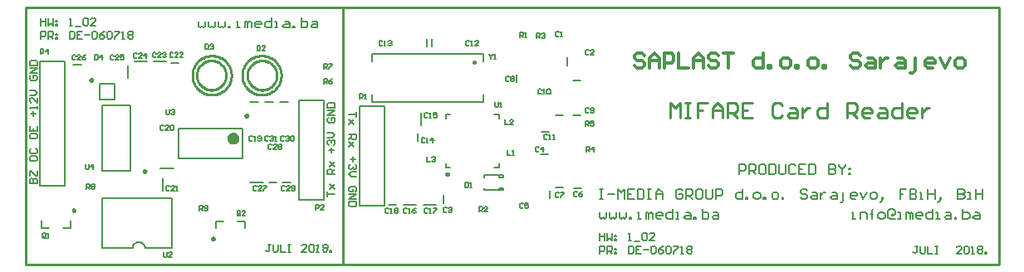
<source format=gto>
%FSDAX23Y23*%
%MOIN*%
%SFA1B1*%

%IPPOS*%
%ADD28C,0.010000*%
%ADD29C,0.023600*%
%ADD42C,0.009800*%
%ADD43C,0.007900*%
%ADD44C,0.005000*%
%ADD45C,0.008000*%
%ADD46C,0.012000*%
%LNde-060718-1*%
%LPD*%
G54D28*
X02194Y02858D02*
D01*
X02194Y02862*
X02194Y02866*
X02193Y02870*
X02192Y02874*
X02191Y02878*
X02189Y02882*
X02187Y02885*
X02185Y02889*
X02183Y02892*
X02181Y02895*
X02178Y02899*
X02175Y02901*
X02172Y02904*
X02168Y02906*
X02165Y02909*
X02161Y02911*
X02157Y02912*
X02154Y02914*
X02150Y02915*
X02146Y02916*
X02141Y02916*
X02137Y02917*
X02133*
X02129Y02916*
X02125Y02916*
X02121Y02915*
X02117Y02914*
X02113Y02912*
X02109Y02911*
X02106Y02909*
X02102Y02906*
X02099Y02904*
X02096Y02901*
X02093Y02899*
X02090Y02895*
X02087Y02892*
X02085Y02889*
X02083Y02885*
X02081Y02882*
X02080Y02878*
X02078Y02874*
X02077Y02870*
X02077Y02866*
X02076Y02862*
X02076Y02858*
X02076Y02853*
X02077Y02849*
X02077Y02845*
X02078Y02841*
X02080Y02837*
X02081Y02833*
X02083Y02830*
X02085Y02826*
X02087Y02823*
X02090Y02820*
X02093Y02816*
X02096Y02814*
X02099Y02811*
X02102Y02809*
X02106Y02806*
X02109Y02804*
X02113Y02803*
X02117Y02801*
X02121Y02800*
X02125Y02799*
X02129Y02799*
X02133Y02798*
X02137*
X02141Y02799*
X02146Y02799*
X02150Y02800*
X02154Y02801*
X02157Y02803*
X02161Y02804*
X02165Y02806*
X02168Y02809*
X02172Y02811*
X02175Y02814*
X02178Y02816*
X02181Y02820*
X02183Y02823*
X02185Y02826*
X02187Y02830*
X02189Y02833*
X02191Y02837*
X02192Y02841*
X02193Y02845*
X02194Y02849*
X02194Y02853*
X02194Y02858*
X02212D02*
D01*
X02212Y02863*
X02211Y02868*
X02210Y02874*
X02209Y02879*
X02207Y02884*
X02205Y02890*
X02203Y02894*
X02200Y02899*
X02197Y02904*
X02194Y02908*
X02190Y02912*
X02186Y02916*
X02182Y02920*
X02178Y02923*
X02173Y02926*
X02168Y02928*
X02163Y02930*
X02158Y02932*
X02153Y02934*
X02147Y02935*
X02142Y02936*
X02136Y02936*
X02131*
X02125Y02936*
X02120Y02935*
X02114Y02934*
X02109Y02932*
X02104Y02930*
X02099Y02928*
X02094Y02926*
X02089Y02923*
X02085Y02920*
X02081Y02916*
X02077Y02912*
X02073Y02908*
X02070Y02904*
X02067Y02899*
X02064Y02894*
X02062Y02890*
X02060Y02884*
X02058Y02879*
X02057Y02874*
X02056Y02868*
X02055Y02863*
X02055Y02858*
X02055Y02852*
X02056Y02847*
X02057Y02841*
X02058Y02836*
X02060Y02831*
X02062Y02825*
X02064Y02821*
X02067Y02816*
X02070Y02811*
X02073Y02807*
X02077Y02803*
X02081Y02799*
X02085Y02795*
X02089Y02792*
X02094Y02789*
X02099Y02787*
X02104Y02785*
X02109Y02783*
X02114Y02781*
X02120Y02780*
X02125Y02779*
X02131Y02779*
X02136*
X02142Y02779*
X02147Y02780*
X02153Y02781*
X02158Y02783*
X02163Y02785*
X02168Y02787*
X02173Y02789*
X02178Y02792*
X02182Y02795*
X02186Y02799*
X02190Y02803*
X02194Y02807*
X02197Y02811*
X02200Y02816*
X02203Y02821*
X02205Y02825*
X02207Y02831*
X02209Y02836*
X02210Y02841*
X02211Y02847*
X02212Y02852*
X02212Y02858*
X01991D02*
D01*
X01991Y02862*
X01990Y02866*
X01989Y02870*
X01988Y02874*
X01987Y02878*
X01986Y02882*
X01984Y02885*
X01982Y02889*
X01979Y02892*
X01977Y02895*
X01974Y02899*
X01971Y02901*
X01968Y02904*
X01965Y02906*
X01961Y02909*
X01958Y02911*
X01954Y02912*
X01950Y02914*
X01946Y02915*
X01942Y02916*
X01938Y02916*
X01934Y02917*
X01930*
X01925Y02916*
X01921Y02916*
X01917Y02915*
X01913Y02914*
X01909Y02912*
X01906Y02911*
X01902Y02909*
X01899Y02906*
X01895Y02904*
X01892Y02901*
X01889Y02899*
X01886Y02895*
X01884Y02892*
X01881Y02889*
X01879Y02885*
X01878Y02882*
X01876Y02878*
X01875Y02874*
X01874Y02870*
X01873Y02866*
X01873Y02862*
X01873Y02858*
X01873Y02853*
X01873Y02849*
X01874Y02845*
X01875Y02841*
X01876Y02837*
X01878Y02833*
X01879Y02830*
X01881Y02826*
X01884Y02823*
X01886Y02820*
X01889Y02816*
X01892Y02814*
X01895Y02811*
X01899Y02809*
X01902Y02806*
X01906Y02804*
X01909Y02803*
X01913Y02801*
X01917Y02800*
X01921Y02799*
X01925Y02799*
X01930Y02798*
X01934*
X01938Y02799*
X01942Y02799*
X01946Y02800*
X01950Y02801*
X01954Y02803*
X01958Y02804*
X01961Y02806*
X01965Y02809*
X01968Y02811*
X01971Y02814*
X01974Y02816*
X01977Y02820*
X01979Y02823*
X01982Y02826*
X01984Y02830*
X01986Y02833*
X01987Y02837*
X01988Y02841*
X01989Y02845*
X01990Y02849*
X01991Y02853*
X01991Y02858*
X02012D02*
D01*
X02012Y02863*
X02011Y02868*
X02010Y02874*
X02009Y02879*
X02007Y02884*
X02005Y02890*
X02003Y02894*
X02000Y02899*
X01997Y02904*
X01994Y02908*
X01990Y02912*
X01986Y02916*
X01982Y02920*
X01978Y02923*
X01973Y02926*
X01968Y02928*
X01963Y02930*
X01958Y02932*
X01953Y02934*
X01947Y02935*
X01942Y02936*
X01936Y02936*
X01931*
X01925Y02936*
X01920Y02935*
X01914Y02934*
X01909Y02932*
X01904Y02930*
X01899Y02928*
X01894Y02926*
X01889Y02923*
X01885Y02920*
X01881Y02916*
X01877Y02912*
X01873Y02908*
X01870Y02904*
X01867Y02899*
X01864Y02894*
X01862Y02890*
X01860Y02884*
X01858Y02879*
X01857Y02874*
X01856Y02868*
X01855Y02863*
X01855Y02858*
X01855Y02852*
X01856Y02847*
X01857Y02841*
X01858Y02836*
X01860Y02831*
X01862Y02825*
X01864Y02821*
X01867Y02816*
X01870Y02811*
X01873Y02807*
X01877Y02803*
X01881Y02799*
X01885Y02795*
X01889Y02792*
X01894Y02789*
X01899Y02787*
X01904Y02785*
X01909Y02783*
X01914Y02781*
X01920Y02780*
X01925Y02779*
X01931Y02779*
X01936*
X01942Y02779*
X01947Y02780*
X01953Y02781*
X01958Y02783*
X01963Y02785*
X01968Y02787*
X01973Y02789*
X01978Y02792*
X01982Y02795*
X01986Y02799*
X01990Y02803*
X01994Y02807*
X01997Y02811*
X02000Y02816*
X02003Y02821*
X02005Y02825*
X02007Y02831*
X02009Y02836*
X02010Y02841*
X02011Y02847*
X02012Y02852*
X02012Y02858*
X02459Y02098D02*
Y03127D01*
X05092Y02098D02*
Y03129D01*
X01186D02*
X05092D01*
X01186Y02098D02*
Y03129D01*
Y02098D02*
X05092D01*
X03774Y02688D02*
Y02748D01*
X03794Y02728*
X03814Y02748*
Y02688*
X03834Y02748D02*
X03854D01*
X03844*
Y02688*
X03834*
X03854*
X03924Y02748D02*
X03884D01*
Y02718*
X03904*
X03884*
Y02688*
X03943D02*
Y02728D01*
X03963Y02748*
X03983Y02728*
Y02688*
Y02718*
X03943*
X04003Y02688D02*
Y02748D01*
X04033*
X04043Y02738*
Y02718*
X04033Y02708*
X04003*
X04023D02*
X04043Y02688D01*
X04103Y02748D02*
X04063D01*
Y02688*
X04103*
X04063Y02718D02*
X04083D01*
X04223Y02738D02*
X04213Y02748D01*
X04193*
X04183Y02738*
Y02698*
X04193Y02688*
X04213*
X04223Y02698*
X04253Y02728D02*
X04273D01*
X04283Y02718*
Y02688*
X04253*
X04243Y02698*
X04253Y02708*
X04283*
X04303Y02728D02*
Y02688D01*
Y02708*
X04313Y02718*
X04323Y02728*
X04333*
X04403Y02748D02*
Y02688D01*
X04373*
X04363Y02698*
Y02718*
X04373Y02728*
X04403*
X04483Y02688D02*
Y02748D01*
X04513*
X04523Y02738*
Y02718*
X04513Y02708*
X04483*
X04503D02*
X04523Y02688D01*
X04573D02*
X04553D01*
X04543Y02698*
Y02718*
X04553Y02728*
X04573*
X04583Y02718*
Y02708*
X04543*
X04613Y02728D02*
X04633D01*
X04643Y02718*
Y02688*
X04613*
X04603Y02698*
X04613Y02708*
X04643*
X04703Y02748D02*
Y02688D01*
X04673*
X04663Y02698*
Y02718*
X04673Y02728*
X04703*
X04753Y02688D02*
X04733D01*
X04723Y02698*
Y02718*
X04733Y02728*
X04753*
X04763Y02718*
Y02708*
X04723*
X04783Y02728D02*
Y02688D01*
Y02708*
X04793Y02718*
X04803Y02728*
X04813*
G54D29*
X02031Y02604D02*
D01*
X02031Y02605*
X02031Y02606*
X02031Y02607*
X02030Y02607*
X02030Y02608*
X02030Y02609*
X02030Y02610*
X02029Y02610*
X02029Y02611*
X02028Y02612*
X02028Y02612*
X02027Y02613*
X02026Y02613*
X02026Y02614*
X02025Y02614*
X02024Y02615*
X02024Y02615*
X02023Y02615*
X02022Y02616*
X02021Y02616*
X02020Y02616*
X02020Y02616*
X02019*
X02018Y02616*
X02017Y02616*
X02016Y02616*
X02015Y02615*
X02015Y02615*
X02014Y02615*
X02013Y02614*
X02013Y02614*
X02012Y02613*
X02011Y02613*
X02011Y02612*
X02010Y02612*
X02010Y02611*
X02009Y02610*
X02009Y02610*
X02008Y02609*
X02008Y02608*
X02008Y02607*
X02008Y02607*
X02007Y02606*
X02007Y02605*
X02007Y02604*
X02007Y02603*
X02007Y02603*
X02008Y02602*
X02008Y02601*
X02008Y02600*
X02008Y02599*
X02009Y02599*
X02009Y02598*
X02010Y02597*
X02010Y02597*
X02011Y02596*
X02011Y02595*
X02012Y02595*
X02013Y02594*
X02013Y02594*
X02014Y02594*
X02015Y02593*
X02015Y02593*
X02016Y02593*
X02017Y02593*
X02018Y02592*
X02019Y02592*
X02020*
X02020Y02592*
X02021Y02593*
X02022Y02593*
X02023Y02593*
X02024Y02593*
X02024Y02594*
X02025Y02594*
X02026Y02594*
X02026Y02595*
X02027Y02595*
X02028Y02596*
X02028Y02597*
X02029Y02597*
X02029Y02598*
X02030Y02599*
X02030Y02599*
X02030Y02600*
X02030Y02601*
X02031Y02602*
X02031Y02603*
X02031Y02603*
X02031Y02604*
G54D42*
X01943Y02201D02*
D01*
X01943Y02202*
X01943Y02202*
X01942Y02202*
X01942Y02203*
X01942Y02203*
X01942Y02203*
X01942Y02204*
X01942Y02204*
X01942Y02204*
X01941Y02204*
X01941Y02205*
X01941Y02205*
X01941Y02205*
X01940Y02205*
X01940Y02205*
X01940Y02206*
X01940Y02206*
X01939Y02206*
X01939Y02206*
X01939Y02206*
X01938Y02206*
X01938Y02206*
X01938*
X01937Y02206*
X01937Y02206*
X01937Y02206*
X01936Y02206*
X01936Y02206*
X01936Y02206*
X01935Y02205*
X01935Y02205*
X01935Y02205*
X01934Y02205*
X01934Y02205*
X01934Y02204*
X01934Y02204*
X01934Y02204*
X01933Y02204*
X01933Y02203*
X01933Y02203*
X01933Y02203*
X01933Y02202*
X01933Y02202*
X01933Y02202*
X01933Y02201*
X01933Y02201*
X01933Y02201*
X01933Y02200*
X01933Y02200*
X01933Y02200*
X01933Y02199*
X01933Y02199*
X01934Y02199*
X01934Y02198*
X01934Y02198*
X01934Y02198*
X01934Y02198*
X01935Y02197*
X01935Y02197*
X01935Y02197*
X01936Y02197*
X01936Y02197*
X01936Y02197*
X01937Y02196*
X01937Y02196*
X01937Y02196*
X01938Y02196*
X01938*
X01938Y02196*
X01939Y02196*
X01939Y02196*
X01939Y02197*
X01940Y02197*
X01940Y02197*
X01940Y02197*
X01940Y02197*
X01941Y02197*
X01941Y02198*
X01941Y02198*
X01941Y02198*
X01942Y02198*
X01942Y02199*
X01942Y02199*
X01942Y02199*
X01942Y02200*
X01942Y02200*
X01942Y02200*
X01943Y02201*
X01943Y02201*
X01943Y02201*
X01384Y02314D02*
D01*
X01384Y02314*
X01384Y02314*
X01384Y02315*
X01384Y02315*
X01384Y02315*
X01384Y02316*
X01384Y02316*
X01384Y02316*
X01383Y02317*
X01383Y02317*
X01383Y02317*
X01383Y02317*
X01382Y02318*
X01382Y02318*
X01382Y02318*
X01382Y02318*
X01381Y02318*
X01381Y02318*
X01381Y02319*
X01380Y02319*
X01380Y02319*
X01380Y02319*
X01379*
X01379Y02319*
X01379Y02319*
X01378Y02319*
X01378Y02318*
X01378Y02318*
X01377Y02318*
X01377Y02318*
X01377Y02318*
X01376Y02318*
X01376Y02317*
X01376Y02317*
X01376Y02317*
X01375Y02317*
X01375Y02316*
X01375Y02316*
X01375Y02316*
X01375Y02315*
X01375Y02315*
X01375Y02315*
X01375Y02314*
X01375Y02314*
X01375Y02314*
X01375Y02313*
X01375Y02313*
X01375Y02313*
X01375Y02312*
X01375Y02312*
X01375Y02312*
X01375Y02311*
X01375Y02311*
X01375Y02311*
X01376Y02311*
X01376Y02310*
X01376Y02310*
X01376Y02310*
X01377Y02310*
X01377Y02310*
X01377Y02309*
X01378Y02309*
X01378Y02309*
X01378Y02309*
X01379Y02309*
X01379Y02309*
X01379Y02309*
X01380*
X01380Y02309*
X01380Y02309*
X01381Y02309*
X01381Y02309*
X01381Y02309*
X01382Y02309*
X01382Y02310*
X01382Y02310*
X01382Y02310*
X01383Y02310*
X01383Y02310*
X01383Y02311*
X01383Y02311*
X01384Y02311*
X01384Y02311*
X01384Y02312*
X01384Y02312*
X01384Y02312*
X01384Y02313*
X01384Y02313*
X01384Y02313*
X01384Y02314*
X02077Y02695D02*
D01*
X02077Y02695*
X02077Y02695*
X02077Y02696*
X02077Y02696*
X02077Y02696*
X02077Y02697*
X02077Y02697*
X02076Y02697*
X02076Y02698*
X02076Y02698*
X02076Y02698*
X02075Y02698*
X02075Y02699*
X02075Y02699*
X02075Y02699*
X02074Y02699*
X02074Y02699*
X02074Y02699*
X02073Y02699*
X02073Y02700*
X02073Y02700*
X02072Y02700*
X02072*
X02072Y02700*
X02071Y02700*
X02071Y02699*
X02071Y02699*
X02070Y02699*
X02070Y02699*
X02070Y02699*
X02069Y02699*
X02069Y02699*
X02069Y02698*
X02069Y02698*
X02068Y02698*
X02068Y02698*
X02068Y02697*
X02068Y02697*
X02068Y02697*
X02068Y02696*
X02067Y02696*
X02067Y02696*
X02067Y02695*
X02067Y02695*
X02067Y02695*
X02067Y02694*
X02067Y02694*
X02067Y02694*
X02067Y02693*
X02068Y02693*
X02068Y02693*
X02068Y02692*
X02068Y02692*
X02068Y02692*
X02068Y02692*
X02069Y02691*
X02069Y02691*
X02069Y02691*
X02069Y02691*
X02070Y02690*
X02070Y02690*
X02070Y02690*
X02071Y02690*
X02071Y02690*
X02071Y02690*
X02072Y02690*
X02072Y02690*
X02072*
X02073Y02690*
X02073Y02690*
X02073Y02690*
X02074Y02690*
X02074Y02690*
X02074Y02690*
X02075Y02690*
X02075Y02691*
X02075Y02691*
X02075Y02691*
X02076Y02691*
X02076Y02692*
X02076Y02692*
X02076Y02692*
X02077Y02692*
X02077Y02693*
X02077Y02693*
X02077Y02693*
X02077Y02694*
X02077Y02694*
X02077Y02694*
X02077Y02695*
X01454Y02838D02*
D01*
X01454Y02839*
X01454Y02839*
X01454Y02839*
X01454Y02840*
X01454Y02840*
X01454Y02840*
X01454Y02841*
X01453Y02841*
X01453Y02841*
X01453Y02841*
X01453Y02842*
X01452Y02842*
X01452Y02842*
X01452Y02842*
X01452Y02842*
X01451Y02843*
X01451Y02843*
X01451Y02843*
X01450Y02843*
X01450Y02843*
X01450Y02843*
X01449Y02843*
X01449*
X01449Y02843*
X01448Y02843*
X01448Y02843*
X01448Y02843*
X01447Y02843*
X01447Y02843*
X01447Y02842*
X01446Y02842*
X01446Y02842*
X01446Y02842*
X01446Y02842*
X01445Y02841*
X01445Y02841*
X01445Y02841*
X01445Y02841*
X01445Y02840*
X01445Y02840*
X01444Y02840*
X01444Y02839*
X01444Y02839*
X01444Y02839*
X01444Y02838*
X01444Y02838*
X01444Y02838*
X01444Y02837*
X01444Y02837*
X01445Y02837*
X01445Y02836*
X01445Y02836*
X01445Y02836*
X01445Y02835*
X01445Y02835*
X01446Y02835*
X01446Y02835*
X01446Y02834*
X01446Y02834*
X01447Y02834*
X01447Y02834*
X01447Y02834*
X01448Y02834*
X01448Y02833*
X01448Y02833*
X01449Y02833*
X01449Y02833*
X01449*
X01450Y02833*
X01450Y02833*
X01450Y02833*
X01451Y02834*
X01451Y02834*
X01451Y02834*
X01452Y02834*
X01452Y02834*
X01452Y02834*
X01452Y02835*
X01453Y02835*
X01453Y02835*
X01453Y02835*
X01453Y02836*
X01454Y02836*
X01454Y02836*
X01454Y02837*
X01454Y02837*
X01454Y02837*
X01454Y02838*
X01454Y02838*
X01454Y02838*
X01669Y02473D02*
D01*
X01669Y02473*
X01669Y02473*
X01668Y02474*
X01668Y02474*
X01668Y02474*
X01668Y02475*
X01668Y02475*
X01668Y02475*
X01668Y02475*
X01667Y02476*
X01667Y02476*
X01667Y02476*
X01667Y02476*
X01666Y02477*
X01666Y02477*
X01666Y02477*
X01666Y02477*
X01665Y02477*
X01665Y02477*
X01665Y02477*
X01664Y02477*
X01664Y02477*
X01664*
X01663Y02477*
X01663Y02477*
X01663Y02477*
X01662Y02477*
X01662Y02477*
X01662Y02477*
X01661Y02477*
X01661Y02477*
X01661Y02476*
X01660Y02476*
X01660Y02476*
X01660Y02476*
X01660Y02475*
X01660Y02475*
X01659Y02475*
X01659Y02475*
X01659Y02474*
X01659Y02474*
X01659Y02474*
X01659Y02473*
X01659Y02473*
X01659Y02473*
X01659Y02472*
X01659Y02472*
X01659Y02472*
X01659Y02471*
X01659Y02471*
X01659Y02471*
X01659Y02470*
X01660Y02470*
X01660Y02470*
X01660Y02469*
X01660Y02469*
X01660Y02469*
X01661Y02469*
X01661Y02469*
X01661Y02468*
X01662Y02468*
X01662Y02468*
X01662Y02468*
X01663Y02468*
X01663Y02468*
X01663Y02468*
X01664Y02468*
X01664*
X01664Y02468*
X01665Y02468*
X01665Y02468*
X01665Y02468*
X01666Y02468*
X01666Y02468*
X01666Y02468*
X01666Y02469*
X01667Y02469*
X01667Y02469*
X01667Y02469*
X01667Y02469*
X01668Y02470*
X01668Y02470*
X01668Y02470*
X01668Y02471*
X01668Y02471*
X01668Y02471*
X01668Y02472*
X01669Y02472*
X01669Y02472*
X01669Y02473*
X02991Y02911D02*
D01*
X02991Y02911*
X02991Y02911*
X02991Y02912*
X02991Y02912*
X02991Y02912*
X02991Y02912*
X02991Y02913*
X02991Y02913*
X02990Y02913*
X02990Y02914*
X02990Y02914*
X02990Y02914*
X02990Y02914*
X02989Y02915*
X02989Y02915*
X02989Y02915*
X02988Y02915*
X02988Y02915*
X02988Y02915*
X02987Y02915*
X02987Y02915*
X02987Y02915*
X02986*
X02986Y02915*
X02986Y02915*
X02985Y02915*
X02985Y02915*
X02985Y02915*
X02984Y02915*
X02984Y02915*
X02984Y02915*
X02983Y02914*
X02983Y02914*
X02983Y02914*
X02983Y02914*
X02983Y02913*
X02982Y02913*
X02982Y02913*
X02982Y02912*
X02982Y02912*
X02982Y02912*
X02982Y02912*
X02982Y02911*
X02982Y02911*
X02982Y02911*
X02982Y02910*
X02982Y02910*
X02982Y02909*
X02982Y02909*
X02982Y02909*
X02982Y02909*
X02982Y02908*
X02982Y02908*
X02983Y02908*
X02983Y02907*
X02983Y02907*
X02983Y02907*
X02983Y02907*
X02984Y02906*
X02984Y02906*
X02984Y02906*
X02985Y02906*
X02985Y02906*
X02985Y02906*
X02986Y02906*
X02986Y02906*
X02986Y02906*
X02987*
X02987Y02906*
X02987Y02906*
X02988Y02906*
X02988Y02906*
X02988Y02906*
X02989Y02906*
X02989Y02906*
X02989Y02906*
X02990Y02907*
X02990Y02907*
X02990Y02907*
X02990Y02907*
X02990Y02908*
X02991Y02908*
X02991Y02908*
X02991Y02909*
X02991Y02909*
X02991Y02909*
X02991Y02909*
X02991Y02910*
X02991Y02910*
X02991Y02911*
X02883Y02461D02*
D01*
X02883Y02461*
X02883Y02461*
X02883Y02462*
X02883Y02462*
X02883Y02462*
X02883Y02463*
X02882Y02463*
X02882Y02463*
X02882Y02463*
X02882Y02464*
X02882Y02464*
X02881Y02464*
X02881Y02464*
X02881Y02465*
X02881Y02465*
X02880Y02465*
X02880Y02465*
X02880Y02465*
X02879Y02465*
X02879Y02465*
X02879Y02465*
X02878Y02465*
X02878*
X02878Y02465*
X02877Y02465*
X02877Y02465*
X02877Y02465*
X02876Y02465*
X02876Y02465*
X02876Y02465*
X02875Y02465*
X02875Y02464*
X02875Y02464*
X02875Y02464*
X02874Y02464*
X02874Y02463*
X02874Y02463*
X02874Y02463*
X02874Y02463*
X02873Y02462*
X02873Y02462*
X02873Y02462*
X02873Y02461*
X02873Y02461*
X02873Y02461*
X02873Y02460*
X02873Y02460*
X02873Y02460*
X02873Y02459*
X02873Y02459*
X02874Y02459*
X02874Y02458*
X02874Y02458*
X02874Y02458*
X02874Y02457*
X02875Y02457*
X02875Y02457*
X02875Y02457*
X02875Y02457*
X02876Y02456*
X02876Y02456*
X02876Y02456*
X02877Y02456*
X02877Y02456*
X02877Y02456*
X02878Y02456*
X02878Y02456*
X02878*
X02879Y02456*
X02879Y02456*
X02879Y02456*
X02880Y02456*
X02880Y02456*
X02880Y02456*
X02881Y02456*
X02881Y02457*
X02881Y02457*
X02881Y02457*
X02882Y02457*
X02882Y02457*
X02882Y02458*
X02882Y02458*
X02882Y02458*
X02883Y02459*
X02883Y02459*
X02883Y02459*
X02883Y02460*
X02883Y02460*
X02883Y02460*
X02883Y02461*
G54D43*
X01665Y02163D02*
D01*
X01665Y02164*
X01665Y02166*
X01665Y02168*
X01664Y02169*
X01664Y02171*
X01663Y02173*
X01662Y02174*
X01662Y02176*
X01661Y02177*
X01660Y02179*
X01658Y02180*
X01657Y02181*
X01656Y02182*
X01654Y02183*
X01653Y02184*
X01651Y02185*
X01650Y02186*
X01648Y02186*
X01646Y02187*
X01645Y02187*
X01643Y02187*
X01641Y02187*
X01640*
X01638Y02187*
X01636Y02187*
X01634Y02187*
X01633Y02186*
X01631Y02186*
X01629Y02185*
X01628Y02184*
X01626Y02183*
X01625Y02182*
X01624Y02181*
X01622Y02180*
X01621Y02179*
X01620Y02177*
X01619Y02176*
X01618Y02174*
X01618Y02173*
X01617Y02171*
X01616Y02169*
X01616Y02168*
X01616Y02166*
X01615Y02164*
X01615Y02163*
X02284Y02758D02*
X02384D01*
Y02358D02*
Y02758D01*
X02284Y02358D02*
Y02758D01*
Y02358D02*
X02384D01*
X02208Y02749D02*
X02239D01*
X02148D02*
X02179D01*
X02088D02*
X02119D01*
X01949Y02243D02*
Y02270D01*
X01981*
X02068Y02243D02*
Y02270D01*
X02036D02*
X02068D01*
X01368Y02245D02*
Y02273D01*
X01336Y02245D02*
X01368D01*
X01249D02*
Y02273D01*
Y02245D02*
X01281D01*
X01738Y02392D02*
Y02443D01*
X01799Y02644D02*
X02058D01*
X01799Y02522D02*
X02058D01*
Y02644*
X01799Y02522D02*
Y02644D01*
X01728Y02483D02*
X01779D01*
X01769Y02906D02*
X01800D01*
X01623Y02912D02*
X01674D01*
X01699Y02913D02*
X01750D01*
X01598Y02847D02*
Y02898D01*
X01483Y02761D02*
Y02824D01*
X01544*
X01483Y02761D02*
X01544D01*
Y02824*
X01378Y02899D02*
X01409D01*
X01494Y02736D02*
X01605D01*
X01494Y02473D02*
X01605D01*
X01494D02*
Y02736D01*
X01605Y02473D02*
Y02736D01*
X01774Y02163D02*
Y02363D01*
X01494D02*
X01774D01*
X01494Y02163D02*
Y02363D01*
Y02163D02*
X01615D01*
X01665D02*
X01774D01*
X02526Y02333D02*
X02626D01*
X02526D02*
Y02733D01*
X02626Y02333D02*
Y02733D01*
X02526D02*
X02626D01*
X02088Y02428D02*
X02139D01*
X01244Y02913D02*
X01344D01*
Y02413D02*
Y02913D01*
X01244Y02413D02*
Y02913D01*
Y02413D02*
X01344D01*
X02163Y02426D02*
X02194D01*
X02218D02*
X02249D01*
X03290Y02362D02*
Y02393D01*
X03157Y02830D02*
Y02861D01*
X03313Y02698D02*
X03344D01*
X03256Y02630D02*
X03287D01*
X03383Y02697D02*
X03414D01*
X03253Y02539D02*
X03284D01*
X03313Y02406D02*
X03344D01*
X03385Y02405D02*
X03416D01*
X03103Y02397D02*
Y02405D01*
X03028Y02397D02*
Y02405D01*
X03103Y02448D02*
Y02456D01*
X03028Y02448D02*
Y02456D01*
Y02397D02*
X03103D01*
X03028Y02456D02*
X03103D01*
X03087Y02448D02*
X03103D01*
X03087D02*
Y02456D01*
Y02397D02*
Y02405D01*
X03103*
X02575Y02751D02*
X03024D01*
X02575D02*
Y02781D01*
X03024Y02914D02*
Y02944D01*
X02575D02*
X03024D01*
X02575Y02914D02*
Y02944D01*
X03024Y02751D02*
Y02781D01*
X02773Y02657D02*
Y02708D01*
X02760Y02592D02*
Y02623D01*
X02783Y02338D02*
X02834D01*
X02703D02*
X02754D01*
X02643Y02338D02*
X02674D01*
X02863Y02345D02*
Y02376D01*
X03360Y02898D02*
Y02929D01*
X03383Y02838D02*
X03414D01*
X03085Y02486D02*
Y02503D01*
X03068Y02486D02*
X03085D01*
Y02682D02*
Y02699D01*
X03068D02*
X03085D01*
X02872D02*
X02889D01*
X02872Y02682D02*
Y02699D01*
Y02486D02*
Y02503D01*
Y02486D02*
X02889D01*
X02795Y02972D02*
Y03003D01*
X02817Y02972D02*
Y03003D01*
G54D44*
X02169Y02178D02*
X02159D01*
X02164*
X02164Y02153*
X02159Y02149*
X02154*
X02149Y02154*
X02179Y02178D02*
X02179Y02153D01*
X02184Y02148*
X02194Y02148*
X02199Y02153*
X02199Y02178*
X02209D02*
X02209Y02148D01*
X02229Y02148*
X02239Y02178D02*
X02249D01*
X02244*
X02244Y02148*
X02239*
X02249*
X02314Y02148D02*
X02294D01*
X02314Y02168*
Y02173*
X02309Y02178*
X02299*
X02294Y02173*
X02324Y02173D02*
X02329Y02178D01*
X02339*
X02344Y02173*
Y02153*
X02339Y02148*
X02329*
X02324Y02153*
Y02173*
X02353Y02148D02*
X02363D01*
X02358*
X02359Y02178*
X02354Y02173*
X02379D02*
X02384Y02178D01*
X02394*
X02399Y02173*
Y02168*
X02394Y02163*
X02399Y02158*
X02398Y02153*
X02393Y02148*
X02383Y02148*
X02379Y02153*
Y02158*
X02384Y02163*
X02379Y02168*
Y02173*
X02384Y02163D02*
X02394D01*
X02408Y02148D02*
Y02153D01*
X02413*
Y02148*
X02408*
X04768Y02171D02*
X04758D01*
X04763*
X04763Y02146*
X04758Y02142*
X04753*
X04748Y02147*
X04778Y02171D02*
X04778Y02146D01*
X04783Y02141*
X04793Y02141*
X04798Y02146*
X04798Y02171*
X04808D02*
X04808Y02141D01*
X04828Y02141*
X04838Y02171D02*
X04848D01*
X04843*
X04843Y02141*
X04838*
X04848*
X04943Y02141D02*
X04923D01*
X04943Y02161*
Y02166*
X04938Y02171*
X04928*
X04923Y02166*
X04953Y02166D02*
X04958Y02171D01*
X04968*
X04973Y02166*
Y02146*
X04967Y02141*
X04957*
X04953Y02146*
Y02166*
X04982Y02141D02*
X04992Y02141D01*
X04987*
X04988Y02171*
X04983Y02166*
X05008D02*
X05013Y02171D01*
X05023*
X05028Y02166*
Y02161*
X05023Y02156*
X05028Y02151*
X05027Y02146*
X05022Y02141*
X05012Y02141*
X05007Y02146*
X05008Y02151*
X05013Y02156*
X05008Y02161*
Y02166*
X05013Y02156D02*
X05023Y02156D01*
X05037Y02141D02*
Y02146D01*
X05042*
Y02141*
X05037*
X01248Y03088D02*
Y03058D01*
Y03073*
X01268*
Y03088*
Y03058*
X01278Y03088D02*
Y03058D01*
X01288Y03068*
X01298Y03058*
Y03088*
X01308Y03078D02*
X01313D01*
Y03073*
X01308*
Y03078*
Y03063D02*
X01313D01*
Y03058*
X01308*
Y03063*
X01363Y03058D02*
X01373D01*
X01368*
Y03088*
X01363Y03083*
X01388Y03053D02*
X01407D01*
X01417Y03083D02*
X01422Y03088D01*
X01432*
X01437Y03083*
Y03063*
X01432Y03058*
X01422*
X01417Y03063*
Y03083*
X01467Y03058D02*
X01447D01*
X01467Y03078*
Y03083*
X01462Y03088*
X01452*
X01447Y03083*
X01248Y03005D02*
Y03035D01*
X01263*
X01268Y03030*
Y03020*
X01263Y03015*
X01248*
X01278Y03005D02*
Y03035D01*
X01293*
X01298Y03030*
Y03020*
X01293Y03015*
X01278*
X01288D02*
X01298Y03005D01*
X01308Y03025D02*
X01313D01*
Y03020*
X01308*
Y03025*
Y03010D02*
X01313D01*
Y03005*
X01308*
Y03010*
X01363Y03035D02*
Y03005D01*
X01378*
X01383Y03010*
Y03030*
X01378Y03035*
X01363*
X01412D02*
X01393D01*
Y03005*
X01412*
X01393Y03020D02*
X01403D01*
X01422D02*
X01442D01*
X01452Y03030D02*
X01457Y03035D01*
X01467*
X01472Y03030*
Y03010*
X01467Y03005*
X01457*
X01452Y03010*
Y03030*
X01502Y03035D02*
X01492Y03030D01*
X01482Y03020*
Y03010*
X01487Y03005*
X01497*
X01502Y03010*
Y03015*
X01497Y03020*
X01482*
X01512Y03030D02*
X01517Y03035D01*
X01527*
X01532Y03030*
Y03010*
X01527Y03005*
X01517*
X01512Y03010*
Y03030*
X01542Y03035D02*
X01562D01*
Y03030*
X01542Y03010*
Y03005*
X01572D02*
X01582D01*
X01577*
Y03035*
X01572Y03030*
X01597D02*
X01602Y03035D01*
X01612*
X01617Y03030*
Y03025*
X01612Y03020*
X01617Y03015*
Y03010*
X01612Y03005*
X01602*
X01597Y03010*
Y03015*
X01602Y03020*
X01597Y03025*
Y03030*
X01602Y03020D02*
X01612D01*
X03491Y02224D02*
Y02194D01*
Y02209*
X03511*
Y02224*
Y02194*
X03521Y02224D02*
Y02194D01*
X03531Y02204*
X03541Y02194*
Y02224*
X03551Y02214D02*
X03556D01*
Y02209*
X03551*
Y02214*
Y02199D02*
X03556D01*
Y02194*
X03551*
Y02199*
X03606Y02194D02*
X03616D01*
X03611*
Y02224*
X03606Y02219*
X03631Y02189D02*
X03650D01*
X03660Y02219D02*
X03665Y02224D01*
X03675*
X03680Y02219*
Y02199*
X03675Y02194*
X03665*
X03660Y02199*
Y02219*
X03710Y02194D02*
X03690D01*
X03710Y02214*
Y02219*
X03705Y02224*
X03695*
X03690Y02219*
X03491Y02141D02*
Y02171D01*
X03506*
X03511Y02166*
Y02156*
X03506Y02151*
X03491*
X03521Y02141D02*
Y02171D01*
X03536*
X03541Y02166*
Y02156*
X03536Y02151*
X03521*
X03531D02*
X03541Y02141D01*
X03551Y02161D02*
X03556D01*
Y02156*
X03551*
Y02161*
Y02146D02*
X03556D01*
Y02141*
X03551*
Y02146*
X03606Y02171D02*
Y02141D01*
X03621*
X03626Y02146*
Y02166*
X03621Y02171*
X03606*
X03655D02*
X03636D01*
Y02141*
X03655*
X03636Y02156D02*
X03646D01*
X03665D02*
X03685D01*
X03695Y02166D02*
X03700Y02171D01*
X03710*
X03715Y02166*
Y02146*
X03710Y02141*
X03700*
X03695Y02146*
Y02166*
X03745Y02171D02*
X03735Y02166D01*
X03725Y02156*
Y02146*
X03730Y02141*
X03740*
X03745Y02146*
Y02151*
X03740Y02156*
X03725*
X03755Y02166D02*
X03760Y02171D01*
X03770*
X03775Y02166*
Y02146*
X03770Y02141*
X03760*
X03755Y02146*
Y02166*
X03785Y02171D02*
X03805D01*
Y02166*
X03785Y02146*
Y02141*
X03815D02*
X03825D01*
X03820*
Y02171*
X03815Y02166*
X03840D02*
X03845Y02171D01*
X03855*
X03860Y02166*
Y02161*
X03855Y02156*
X03860Y02151*
Y02146*
X03855Y02141*
X03845*
X03840Y02146*
Y02151*
X03845Y02156*
X03840Y02161*
Y02166*
X03845Y02156D02*
X03855D01*
X01203Y02423D02*
X01233D01*
Y02438*
X01228Y02443*
X01223*
X01218Y02438*
Y02423*
Y02438*
X01213Y02443*
X01208*
X01203Y02438*
Y02423*
Y02453D02*
Y02473D01*
X01208*
X01228Y02453*
X01233*
Y02473*
X01203Y02528D02*
Y02518D01*
X01208Y02513*
X01228*
X01233Y02518*
Y02528*
X01228Y02533*
X01208*
X01203Y02528*
X01208Y02563D02*
X01203Y02558D01*
Y02548*
X01208Y02543*
X01228*
X01233Y02548*
Y02558*
X01228Y02563*
X01203Y02617D02*
Y02607D01*
X01208Y02602*
X01228*
X01233Y02607*
Y02617*
X01228Y02622*
X01208*
X01203Y02617*
Y02652D02*
Y02632D01*
X01233*
Y02652*
X01218Y02632D02*
Y02642D01*
Y02692D02*
Y02712D01*
X01208Y02702D02*
X01228D01*
X01233Y02722D02*
Y02732D01*
Y02727*
X01203*
X01208Y02722*
X01233Y02767D02*
Y02747D01*
X01213Y02767*
X01208*
X01203Y02762*
Y02752*
X01208Y02747*
X01203Y02777D02*
X01223D01*
X01233Y02787*
X01223Y02797*
X01203*
X01208Y02857D02*
X01203Y02852D01*
Y02842*
X01208Y02837*
X01228*
X01233Y02842*
Y02852*
X01228Y02857*
X01218*
Y02847*
X01233Y02867D02*
X01203D01*
X01233Y02887*
X01203*
Y02897D02*
X01233D01*
Y02912*
X01228Y02917*
X01208*
X01203Y02912*
Y02897*
X02514Y02709D02*
Y02689D01*
Y02699*
X02484*
X02504Y02679D02*
X02484Y02659D01*
X02494Y02669*
X02504Y02659*
X02484Y02679*
Y02619D02*
X02514D01*
Y02604*
X02509Y02599*
X02499*
X02494Y02604*
Y02619*
Y02609D02*
X02484Y02599D01*
X02504Y02589D02*
X02484Y02569D01*
X02494Y02579*
X02504Y02569*
X02484Y02589*
X02499Y02529D02*
Y02509D01*
X02509Y02519D02*
X02489D01*
X02509Y02499D02*
X02514Y02494D01*
Y02484*
X02509Y02479*
X02504*
X02499Y02484*
Y02489*
Y02484*
X02494Y02479*
X02489*
X02484Y02484*
Y02494*
X02489Y02499*
X02514Y02469D02*
X02494D01*
X02484Y02459*
X02494Y02449*
X02514*
X02509Y02389D02*
X02514Y02394D01*
Y02404*
X02509Y02409*
X02489*
X02484Y02404*
Y02394*
X02489Y02389*
X02499*
Y02399*
X02484Y02379D02*
X02514D01*
X02484Y02359*
X02514*
Y02349D02*
X02484D01*
Y02334*
X02489Y02329*
X02509*
X02514Y02334*
Y02349*
X02397Y02369D02*
Y02389D01*
Y02379*
X02427*
X02407Y02399D02*
X02427Y02419D01*
X02417Y02409*
X02407Y02419*
X02427Y02399*
Y02459D02*
X02397D01*
Y02474*
X02402Y02479*
X02412*
X02417Y02474*
Y02459*
Y02469D02*
X02427Y02479D01*
X02407Y02489D02*
X02427Y02509D01*
X02417Y02499*
X02407Y02509*
X02427Y02489*
X02412Y02548D02*
Y02568D01*
X02402Y02558D02*
X02422D01*
X02402Y02578D02*
X02397Y02583D01*
Y02593*
X02402Y02598*
X02407*
X02412Y02593*
Y02588*
Y02593*
X02417Y02598*
X02422*
X02427Y02593*
Y02583*
X02422Y02578*
X02397Y02608D02*
X02417D01*
X02427Y02618*
X02417Y02628*
X02397*
X02402Y02688D02*
X02397Y02683D01*
Y02673*
X02402Y02668*
X02422*
X02427Y02673*
Y02683*
X02422Y02688*
X02412*
Y02678*
X02427Y02698D02*
X02397D01*
X02427Y02718*
X02397*
Y02728D02*
X02427D01*
Y02743*
X02422Y02748*
X02402*
X02397Y02743*
Y02728*
X02349Y02317D02*
Y02337D01*
X02359*
X02362Y02333*
Y02327*
X02359Y02323*
X02349*
X02382Y02317D02*
X02369D01*
X02382Y02330*
Y02333*
X02379Y02337*
X02372*
X02369Y02333*
X02224Y02610D02*
X02221Y02614D01*
X02214*
X02211Y02610*
Y02597*
X02214Y02594*
X02221*
X02224Y02597*
X02231Y02610D02*
X02234Y02614D01*
X02241*
X02244Y02610*
Y02607*
X02241Y02604*
X02237*
X02241*
X02244Y02600*
Y02597*
X02241Y02594*
X02234*
X02231Y02597*
X02251Y02610D02*
X02254Y02614D01*
X02261*
X02264Y02610*
Y02597*
X02261Y02594*
X02254*
X02251Y02597*
Y02610*
X02161D02*
X02158Y02614D01*
X02151*
X02148Y02610*
Y02597*
X02151Y02594*
X02158*
X02161Y02597*
X02168Y02610D02*
X02171Y02614D01*
X02178*
X02181Y02610*
Y02607*
X02178Y02604*
X02174*
X02178*
X02181Y02600*
Y02597*
X02178Y02594*
X02171*
X02168Y02597*
X02188Y02594D02*
X02194D01*
X02191*
Y02614*
X02188Y02610*
X02095Y02611D02*
X02092Y02615D01*
X02085*
X02082Y02611*
Y02598*
X02085Y02595*
X02092*
X02095Y02598*
X02102Y02595D02*
X02108D01*
X02105*
Y02615*
X02102Y02611*
X02118Y02598D02*
X02122Y02595D01*
X02128*
X02132Y02598*
Y02611*
X02128Y02615*
X02122*
X02118Y02611*
Y02608*
X02122Y02605*
X02132*
X01884Y02313D02*
Y02333D01*
X01894*
X01897Y02329*
Y02323*
X01894Y02319*
X01884*
X01890D02*
X01897Y02313D01*
X01904Y02316D02*
X01907Y02313D01*
X01914*
X01917Y02316*
Y02329*
X01914Y02333*
X01907*
X01904Y02329*
Y02326*
X01907Y02323*
X01917*
X02048Y02296D02*
Y02309D01*
X02045Y02313*
X02038*
X02035Y02309*
Y02296*
X02038Y02293*
X02045*
X02041Y02299D02*
X02048Y02293D01*
X02045D02*
X02048Y02296D01*
X02068Y02293D02*
X02055D01*
X02068Y02306*
Y02309*
X02065Y02313*
X02058*
X02055Y02309*
X01265Y02207D02*
Y02220D01*
X01262Y02224*
X01255*
X01252Y02220*
Y02207*
X01255Y02204*
X01262*
X01258Y02210D02*
X01265Y02204D01*
X01262D02*
X01265Y02207D01*
X01272Y02204D02*
X01278D01*
X01275*
Y02224*
X01272Y02220*
X01763Y02409D02*
X01760Y02413D01*
X01753*
X01750Y02409*
Y02396*
X01753Y02393*
X01760*
X01763Y02396*
X01783Y02393D02*
X01770D01*
X01783Y02406*
Y02409*
X01780Y02413*
X01773*
X01770Y02409*
X01790Y02393D02*
X01796D01*
X01793*
Y02413*
X01790Y02409*
X01751Y02720D02*
Y02703D01*
X01754Y02700*
X01761*
X01764Y02703*
Y02720*
X01771Y02716D02*
X01774Y02720D01*
X01781*
X01784Y02716*
Y02713*
X01781Y02710*
X01777*
X01781*
X01784Y02706*
Y02703*
X01781Y02700*
X01774*
X01771Y02703*
X01739Y02654D02*
X01736Y02658D01*
X01729*
X01726Y02654*
Y02641*
X01729Y02638*
X01736*
X01739Y02641*
X01759Y02638D02*
X01746D01*
X01759Y02651*
Y02654*
X01756Y02658*
X01749*
X01746Y02654*
X01766D02*
X01769Y02658D01*
X01776*
X01779Y02654*
Y02641*
X01776Y02638*
X01769*
X01766Y02641*
Y02654*
X01778Y02946D02*
X01775Y02950D01*
X01768*
X01765Y02946*
Y02933*
X01768Y02930*
X01775*
X01778Y02933*
X01798Y02930D02*
X01785D01*
X01798Y02943*
Y02946*
X01795Y02950*
X01788*
X01785Y02946*
X01818Y02930D02*
X01805D01*
X01818Y02943*
Y02946*
X01815Y02950*
X01808*
X01805Y02946*
X01632Y02943D02*
X01629Y02947D01*
X01622*
X01619Y02943*
Y02930*
X01622Y02927*
X01629*
X01632Y02930*
X01652Y02927D02*
X01639D01*
X01652Y02940*
Y02943*
X01649Y02947*
X01642*
X01639Y02943*
X01669Y02927D02*
Y02947D01*
X01659Y02937*
X01672*
X01711Y02945D02*
X01708Y02949D01*
X01701*
X01698Y02945*
Y02932*
X01701Y02929*
X01708*
X01711Y02932*
X01731Y02929D02*
X01718D01*
X01731Y02942*
Y02945*
X01728Y02949*
X01721*
X01718Y02945*
X01738D02*
X01741Y02949D01*
X01748*
X01751Y02945*
Y02942*
X01748Y02939*
X01744*
X01748*
X01751Y02935*
Y02932*
X01748Y02929*
X01741*
X01738Y02932*
X01541Y02935D02*
X01538Y02939D01*
X01531*
X01528Y02935*
Y02922*
X01531Y02919*
X01538*
X01541Y02922*
X01561Y02919D02*
X01548D01*
X01561Y02932*
Y02935*
X01558Y02939*
X01551*
X01548Y02935*
X01581Y02939D02*
X01568D01*
Y02929*
X01574Y02932*
X01578*
X01581Y02929*
Y02922*
X01578Y02919*
X01571*
X01568Y02922*
X01462Y02941D02*
Y02921D01*
X01472*
X01475Y02924*
Y02937*
X01472Y02941*
X01462*
X01492Y02921D02*
Y02941D01*
X01482Y02931*
X01495*
X01385Y02935D02*
X01382Y02939D01*
X01375*
X01372Y02935*
Y02922*
X01375Y02919*
X01382*
X01385Y02922*
X01405Y02919D02*
X01392D01*
X01405Y02932*
Y02935*
X01402Y02939*
X01395*
X01392Y02935*
X01425Y02939D02*
X01418Y02935D01*
X01412Y02929*
Y02922*
X01415Y02919*
X01422*
X01425Y02922*
Y02925*
X01422Y02929*
X01412*
X01428Y02501D02*
Y02484D01*
X01431Y02481*
X01438*
X01441Y02484*
Y02501*
X01458Y02481D02*
Y02501D01*
X01448Y02491*
X01461*
X01740Y02146D02*
Y02129D01*
X01743Y02126*
X01750*
X01753Y02129*
Y02146*
X01773Y02126D02*
X01760D01*
X01773Y02139*
Y02142*
X01770Y02146*
X01763*
X01760Y02142*
X01429Y02401D02*
Y02421D01*
X01439*
X01442Y02417*
Y02411*
X01439Y02407*
X01429*
X01435D02*
X01442Y02401D01*
X01449Y02417D02*
X01452Y02421D01*
X01459*
X01462Y02417*
Y02414*
X01459Y02411*
X01462Y02407*
Y02404*
X01459Y02401*
X01452*
X01449Y02404*
Y02407*
X01452Y02411*
X01449Y02414*
Y02417*
X01452Y02411D02*
X01459D01*
X02115Y02978D02*
Y02958D01*
X02125*
X02128Y02961*
Y02974*
X02125Y02978*
X02115*
X02148Y02958D02*
X02135D01*
X02148Y02971*
Y02974*
X02145Y02978*
X02138*
X02135Y02974*
X01906Y02982D02*
Y02962D01*
X01916*
X01919Y02965*
Y02978*
X01916Y02982*
X01906*
X01926Y02978D02*
X01929Y02982D01*
X01936*
X01939Y02978*
Y02975*
X01936Y02972*
X01932*
X01936*
X01939Y02968*
Y02965*
X01936Y02962*
X01929*
X01926Y02965*
X02382Y02885D02*
Y02905D01*
X02392*
X02395Y02901*
Y02895*
X02392Y02891*
X02382*
X02388D02*
X02395Y02885D01*
X02402Y02905D02*
X02415D01*
Y02901*
X02402Y02888*
Y02885*
X02384Y02825D02*
Y02845D01*
X02394*
X02397Y02841*
Y02835*
X02394Y02831*
X02384*
X02390D02*
X02397Y02825D01*
X02417Y02845D02*
X02410Y02841D01*
X02404Y02835*
Y02828*
X02407Y02825*
X02414*
X02417Y02828*
Y02831*
X02414Y02835*
X02404*
X03434Y02654D02*
Y02674D01*
X03444*
X03447Y02670*
Y02664*
X03444Y02660*
X03434*
X03440D02*
X03447Y02654D01*
X03467Y02674D02*
X03454D01*
Y02664*
X03460Y02667*
X03464*
X03467Y02664*
Y02657*
X03464Y02654*
X03457*
X03454Y02657*
X03438Y02550D02*
Y02570D01*
X03448*
X03451Y02566*
Y02560*
X03448Y02556*
X03438*
X03444D02*
X03451Y02550D01*
X03468D02*
Y02570D01*
X03458Y02560*
X03471*
X03237Y03006D02*
Y03026D01*
X03247*
X03250Y03022*
Y03016*
X03247Y03012*
X03237*
X03243D02*
X03250Y03006D01*
X03257Y03022D02*
X03260Y03026D01*
X03267*
X03270Y03022*
Y03019*
X03267Y03016*
X03263*
X03267*
X03270Y03012*
Y03009*
X03267Y03006*
X03260*
X03257Y03009*
X03006Y02309D02*
Y02329D01*
X03016*
X03019Y02325*
Y02319*
X03016Y02315*
X03006*
X03012D02*
X03019Y02309D01*
X03039D02*
X03026D01*
X03039Y02322*
Y02325*
X03036Y02329*
X03029*
X03026Y02325*
X03171Y03010D02*
Y03030D01*
X03181*
X03184Y03026*
Y03020*
X03181Y03016*
X03171*
X03177D02*
X03184Y03010D01*
X03191D02*
X03197D01*
X03194*
Y03030*
X03191Y03026*
X02715Y02320D02*
X02712Y02324D01*
X02705*
X02702Y02320*
Y02307*
X02705Y02304*
X02712*
X02715Y02307*
X02722Y02304D02*
X02728D01*
X02725*
Y02324*
X02722Y02320*
X02752Y02324D02*
X02745Y02320D01*
X02738Y02314*
Y02307*
X02742Y02304*
X02748*
X02752Y02307*
Y02310*
X02748Y02314*
X02738*
X02226Y02409D02*
X02223Y02413D01*
X02216*
X02213Y02409*
Y02396*
X02216Y02393*
X02223*
X02226Y02396*
X02246Y02393D02*
X02233D01*
X02246Y02406*
Y02409*
X02243Y02413*
X02236*
X02233Y02409*
X02253Y02396D02*
X02256Y02393D01*
X02263*
X02266Y02396*
Y02409*
X02263Y02413*
X02256*
X02253Y02409*
Y02406*
X02256Y02403*
X02266*
X02172Y02576D02*
X02169Y02580D01*
X02162*
X02159Y02576*
Y02563*
X02162Y02560*
X02169*
X02172Y02563*
X02192Y02560D02*
X02179D01*
X02192Y02573*
Y02576*
X02189Y02580*
X02182*
X02179Y02576*
X02199D02*
X02202Y02580D01*
X02209*
X02212Y02576*
Y02573*
X02209Y02570*
X02212Y02566*
Y02563*
X02209Y02560*
X02202*
X02199Y02563*
Y02566*
X02202Y02570*
X02199Y02573*
Y02576*
X02202Y02570D02*
X02209D01*
X02618Y02992D02*
X02615Y02996D01*
X02608*
X02605Y02992*
Y02979*
X02608Y02976*
X02615*
X02618Y02979*
X02625Y02976D02*
X02631D01*
X02628*
Y02996*
X02625Y02992*
X02641D02*
X02645Y02996D01*
X02651*
X02655Y02992*
Y02989*
X02651Y02986*
X02648*
X02651*
X02655Y02982*
Y02979*
X02651Y02976*
X02645*
X02641Y02979*
X02967Y02994D02*
X02964Y02998D01*
X02957*
X02954Y02994*
Y02981*
X02957Y02978*
X02964*
X02967Y02981*
X02974Y02978D02*
X02980D01*
X02977*
Y02998*
X02974Y02994*
X03004Y02978D02*
X02990D01*
X03004Y02991*
Y02994*
X03000Y02998*
X02994*
X02990Y02994*
X02642Y02319D02*
X02639Y02323D01*
X02632*
X02629Y02319*
Y02306*
X02632Y02303*
X02639*
X02642Y02306*
X02649Y02303D02*
X02655D01*
X02652*
Y02323*
X02649Y02319*
X02665D02*
X02669Y02323D01*
X02675*
X02679Y02319*
Y02316*
X02675Y02313*
X02679Y02309*
Y02306*
X02675Y02303*
X02669*
X02665Y02306*
Y02309*
X02669Y02313*
X02665Y02316*
Y02319*
X02669Y02313D02*
X02675D01*
X02788Y02603D02*
X02785Y02607D01*
X02778*
X02775Y02603*
Y02590*
X02778Y02587*
X02785*
X02788Y02590*
X02795Y02587D02*
X02801D01*
X02798*
Y02607*
X02795Y02603*
X02821Y02587D02*
Y02607D01*
X02811Y02597*
X02825*
X03280Y02616D02*
X03277Y02620D01*
X03270*
X03267Y02616*
Y02603*
X03270Y02600*
X03277*
X03280Y02603*
X03287Y02600D02*
X03293D01*
X03290*
Y02620*
X03287Y02616*
X03303Y02600D02*
X03310D01*
X03307*
Y02620*
X03303Y02616*
X03255Y02798D02*
X03252Y02802D01*
X03245*
X03242Y02798*
Y02785*
X03245Y02782*
X03252*
X03255Y02785*
X03262Y02782D02*
X03268D01*
X03265*
Y02802*
X03262Y02798*
X03278D02*
X03282Y02802D01*
X03288*
X03292Y02798*
Y02785*
X03288Y02782*
X03282*
X03278Y02785*
Y02798*
X03445Y02723D02*
X03442Y02727D01*
X03435*
X03432Y02723*
Y02710*
X03435Y02707*
X03442*
X03445Y02710*
X03452D02*
X03455Y02707D01*
X03462*
X03465Y02710*
Y02723*
X03462Y02727*
X03455*
X03452Y02723*
Y02720*
X03455Y02717*
X03465*
X03127Y02850D02*
X03124Y02854D01*
X03117*
X03114Y02850*
Y02837*
X03117Y02834*
X03124*
X03127Y02837*
X03134Y02850D02*
X03137Y02854D01*
X03144*
X03147Y02850*
Y02847*
X03144Y02844*
X03147Y02840*
Y02837*
X03144Y02834*
X03137*
X03134Y02837*
Y02840*
X03137Y02844*
X03134Y02847*
Y02850*
X03137Y02844D02*
X03144D01*
X03325Y02384D02*
X03322Y02388D01*
X03315*
X03312Y02384*
Y02371*
X03315Y02368*
X03322*
X03325Y02371*
X03332Y02388D02*
X03345D01*
Y02384*
X03332Y02371*
Y02368*
X03400Y02386D02*
X03397Y02390D01*
X03390*
X03387Y02386*
Y02373*
X03390Y02370*
X03397*
X03400Y02373*
X03420Y02390D02*
X03413Y02386D01*
X03407Y02380*
Y02373*
X03410Y02370*
X03417*
X03420Y02373*
Y02376*
X03417Y02380*
X03407*
X03183Y02339D02*
X03180Y02343D01*
X03173*
X03170Y02339*
Y02326*
X03173Y02323*
X03180*
X03183Y02326*
X03203Y02343D02*
X03190D01*
Y02333*
X03196Y02336*
X03200*
X03203Y02333*
Y02326*
X03200Y02323*
X03193*
X03190Y02326*
X03245Y02567D02*
X03242Y02571D01*
X03235*
X03232Y02567*
Y02554*
X03235Y02551*
X03242*
X03245Y02554*
X03262Y02551D02*
Y02571D01*
X03252Y02561*
X03265*
X03445Y02956D02*
X03442Y02960D01*
X03435*
X03432Y02956*
Y02943*
X03435Y02940*
X03442*
X03445Y02943*
X03465Y02940D02*
X03452D01*
X03465Y02953*
Y02956*
X03462Y02960*
X03455*
X03452Y02956*
X03327Y03031D02*
X03324Y03035D01*
X03317*
X03314Y03031*
Y03018*
X03317Y03015*
X03324*
X03327Y03018*
X03334Y03015D02*
X03340D01*
X03337*
Y03035*
X03334Y03031*
X03046Y02945D02*
Y02941D01*
X03052Y02935*
X03059Y02941*
Y02945*
X03052Y02935D02*
Y02925D01*
X03066D02*
X03072D01*
X03069*
Y02945*
X03066Y02941*
X03070Y02749D02*
Y02732D01*
X03073Y02729*
X03080*
X03083Y02732*
Y02749*
X03090Y02729D02*
X03096D01*
X03093*
Y02749*
X03090Y02745*
X01245Y02942D02*
Y02962D01*
X01255*
X01258Y02958*
Y02952*
X01255Y02948*
X01245*
X01275Y02942D02*
Y02962D01*
X01265Y02952*
X01278*
X02527Y02762D02*
Y02782D01*
X02537*
X02540Y02778*
Y02772*
X02537Y02768*
X02527*
X02547Y02762D02*
X02553D01*
X02550*
Y02782*
X02547Y02778*
X02951Y02427D02*
Y02407D01*
X02961*
X02964Y02410*
Y02423*
X02961Y02427*
X02951*
X02971Y02407D02*
X02977D01*
X02974*
Y02427*
X02971Y02423*
X02875Y02323D02*
X02872Y02327D01*
X02865*
X02862Y02323*
Y02310*
X02865Y02307*
X02872*
X02875Y02310*
X02882Y02323D02*
X02885Y02327D01*
X02892*
X02895Y02323*
Y02320*
X02892Y02317*
X02888*
X02892*
X02895Y02313*
Y02310*
X02892Y02307*
X02885*
X02882Y02310*
X02113Y02409D02*
X02110Y02413D01*
X02103*
X02100Y02409*
Y02396*
X02103Y02393*
X02110*
X02113Y02396*
X02133Y02393D02*
X02120D01*
X02133Y02406*
Y02409*
X02130Y02413*
X02123*
X02120Y02409*
X02140Y02413D02*
X02153D01*
Y02409*
X02140Y02396*
Y02393*
X02800Y02702D02*
X02797Y02706D01*
X02790*
X02787Y02702*
Y02689*
X02790Y02686*
X02797*
X02800Y02689*
X02807Y02686D02*
X02813D01*
X02810*
Y02706*
X02807Y02702*
X02837Y02706D02*
X02823D01*
Y02696*
X02830Y02699*
X02833*
X02837Y02696*
Y02689*
X02833Y02686*
X02827*
X02823Y02689*
X02799Y02320D02*
X02796Y02324D01*
X02789*
X02786Y02320*
Y02307*
X02789Y02304*
X02796*
X02799Y02307*
X02806Y02304D02*
X02812D01*
X02809*
Y02324*
X02806Y02320*
X02822Y02324D02*
X02836D01*
Y02320*
X02822Y02307*
Y02304*
X03120Y02557D02*
Y02537D01*
X03133*
X03140D02*
X03146D01*
X03143*
Y02557*
X03140Y02553*
X03111Y02679D02*
Y02659D01*
X03124*
X03144D02*
X03131D01*
X03144Y02672*
Y02675*
X03141Y02679*
X03134*
X03131Y02675*
X02798Y02530D02*
Y02510D01*
X02811*
X02818Y02526D02*
X02821Y02530D01*
X02828*
X02831Y02526*
Y02523*
X02828Y02520*
X02824*
X02828*
X02831Y02516*
Y02513*
X02828Y02510*
X02821*
X02818Y02513*
G54D45*
X03489Y02401D02*
X03502D01*
X03495*
Y02361*
X03489*
X03502*
X03522Y02381D02*
X03549D01*
X03562Y02361D02*
Y02401D01*
X03575Y02388*
X03589Y02401*
Y02361*
X03629Y02401D02*
X03602D01*
Y02361*
X03629*
X03602Y02381D02*
X03615D01*
X03642Y02401D02*
Y02361D01*
X03662*
X03668Y02368*
Y02394*
X03662Y02401*
X03642*
X03682D02*
X03695D01*
X03688*
Y02361*
X03682*
X03695*
X03715D02*
Y02388D01*
X03728Y02401*
X03742Y02388*
Y02361*
Y02381*
X03715*
X03822Y02394D02*
X03815Y02401D01*
X03802*
X03795Y02394*
Y02368*
X03802Y02361*
X03815*
X03822Y02368*
Y02381*
X03808*
X03835Y02361D02*
Y02401D01*
X03855*
X03862Y02394*
Y02381*
X03855Y02374*
X03835*
X03848D02*
X03862Y02361D01*
X03895Y02401D02*
X03882D01*
X03875Y02394*
Y02368*
X03882Y02361*
X03895*
X03902Y02368*
Y02394*
X03895Y02401*
X03915D02*
Y02368D01*
X03922Y02361*
X03935*
X03942Y02368*
Y02401*
X03955Y02361D02*
Y02401D01*
X03975*
X03982Y02394*
Y02381*
X03975Y02374*
X03955*
X04062Y02401D02*
Y02361D01*
X04042*
X04035Y02368*
Y02381*
X04042Y02388*
X04062*
X04075Y02361D02*
Y02368D01*
X04082*
Y02361*
X04075*
X04115D02*
X04128D01*
X04135Y02368*
Y02381*
X04128Y02388*
X04115*
X04108Y02381*
Y02368*
X04115Y02361*
X04148D02*
Y02368D01*
X04155*
Y02361*
X04148*
X04188D02*
X04202D01*
X04208Y02368*
Y02381*
X04202Y02388*
X04188*
X04182Y02381*
Y02368*
X04188Y02361*
X04222D02*
Y02368D01*
X04228*
Y02361*
X04222*
X04322Y02394D02*
X04315Y02401D01*
X04302*
X04295Y02394*
Y02388*
X04302Y02381*
X04315*
X04322Y02374*
Y02368*
X04315Y02361*
X04302*
X04295Y02368*
X04342Y02388D02*
X04355D01*
X04362Y02381*
Y02361*
X04342*
X04335Y02368*
X04342Y02374*
X04362*
X04375Y02388D02*
Y02361D01*
Y02374*
X04382Y02381*
X04388Y02388*
X04395*
X04422D02*
X04435D01*
X04442Y02381*
Y02361*
X04422*
X04415Y02368*
X04422Y02374*
X04442*
X04455Y02348D02*
X04462D01*
X04468Y02354*
Y02388*
X04515Y02361D02*
X04502D01*
X04495Y02368*
Y02381*
X04502Y02388*
X04515*
X04522Y02381*
Y02374*
X04495*
X04535Y02388D02*
X04548Y02361D01*
X04562Y02388*
X04582Y02361D02*
X04595D01*
X04602Y02368*
Y02381*
X04595Y02388*
X04582*
X04575Y02381*
Y02368*
X04582Y02361*
X04622Y02354D02*
X04628Y02361D01*
Y02368*
X04622*
Y02361*
X04628*
X04622Y02354*
X04615Y02348*
X04721Y02401D02*
X04695D01*
Y02381*
X04708*
X04695*
Y02361*
X04735Y02401D02*
Y02361D01*
X04755*
X04761Y02368*
Y02374*
X04755Y02381*
X04735*
X04755*
X04761Y02388*
Y02394*
X04755Y02401*
X04735*
X04775Y02361D02*
X04788D01*
X04781*
Y02388*
X04775*
X04808Y02401D02*
Y02361D01*
Y02381*
X04835*
Y02401*
Y02361*
X04855Y02354D02*
X04861Y02361D01*
Y02368*
X04855*
Y02361*
X04861*
X04855Y02354*
X04848Y02348*
X04928Y02401D02*
Y02361D01*
X04948*
X04955Y02368*
Y02374*
X04948Y02381*
X04928*
X04948*
X04955Y02388*
Y02394*
X04948Y02401*
X04928*
X04968Y02361D02*
X04981D01*
X04975*
Y02388*
X04968*
X05001Y02401D02*
Y02361D01*
Y02381*
X05028*
Y02401*
Y02361*
X03489Y02307D02*
Y02287D01*
X03495Y02281*
X03502Y02287*
X03509Y02281*
X03515Y02287*
Y02307*
X03529D02*
Y02287D01*
X03535Y02281*
X03542Y02287*
X03549Y02281*
X03555Y02287*
Y02307*
X03569D02*
Y02287D01*
X03575Y02281*
X03582Y02287*
X03589Y02281*
X03595Y02287*
Y02307*
X03609Y02281D02*
Y02287D01*
X03615*
Y02281*
X03609*
X03642D02*
X03655D01*
X03648*
Y02307*
X03642*
X03675Y02281D02*
Y02307D01*
X03682*
X03688Y02301*
Y02281*
Y02301*
X03695Y02307*
X03702Y02301*
Y02281*
X03735D02*
X03722D01*
X03715Y02287*
Y02301*
X03722Y02307*
X03735*
X03742Y02301*
Y02294*
X03715*
X03782Y02321D02*
Y02281D01*
X03762*
X03755Y02287*
Y02301*
X03762Y02307*
X03782*
X03795Y02281D02*
X03808D01*
X03802*
Y02307*
X03795*
X03835D02*
X03848D01*
X03855Y02301*
Y02281*
X03835*
X03828Y02287*
X03835Y02294*
X03855*
X03868Y02281D02*
Y02287D01*
X03875*
Y02281*
X03868*
X03902Y02321D02*
Y02281D01*
X03922*
X03928Y02287*
Y02294*
Y02301*
X03922Y02307*
X03902*
X03948D02*
X03962D01*
X03968Y02301*
Y02281*
X03948*
X03942Y02287*
X03948Y02294*
X03968*
X04502Y02281D02*
X04515D01*
X04508*
Y02307*
X04502*
X04535Y02281D02*
Y02307D01*
X04555*
X04562Y02301*
Y02281*
X04582D02*
Y02314D01*
Y02301*
X04575*
X04588*
X04582*
Y02314*
X04588Y02321*
X04615Y02281D02*
X04628D01*
X04635Y02287*
Y02301*
X04628Y02307*
X04615*
X04608Y02301*
Y02287*
X04615Y02281*
X04668Y02294D02*
Y02301D01*
X04662*
Y02294*
X04668*
X04675Y02301*
Y02314*
X04668Y02321*
X04655*
X04648Y02314*
Y02287*
X04655Y02281*
X04675*
X04688D02*
X04701D01*
X04695*
Y02307*
X04688*
X04721Y02281D02*
Y02307D01*
X04728*
X04735Y02301*
Y02281*
Y02301*
X04741Y02307*
X04748Y02301*
Y02281*
X04781D02*
X04768D01*
X04761Y02287*
Y02301*
X04768Y02307*
X04781*
X04788Y02301*
Y02294*
X04761*
X04828Y02321D02*
Y02281D01*
X04808*
X04801Y02287*
Y02301*
X04808Y02307*
X04828*
X04841Y02281D02*
X04855D01*
X04848*
Y02307*
X04841*
X04881D02*
X04895D01*
X04901Y02301*
Y02281*
X04881*
X04875Y02287*
X04881Y02294*
X04901*
X04915Y02281D02*
Y02287D01*
X04921*
Y02281*
X04915*
X04948Y02321D02*
Y02281D01*
X04968*
X04975Y02287*
Y02294*
Y02301*
X04968Y02307*
X04948*
X04995D02*
X05008D01*
X05015Y02301*
Y02281*
X04995*
X04988Y02287*
X04995Y02294*
X05015*
X01879Y03075D02*
Y03055D01*
X01885Y03049*
X01892Y03055*
X01899Y03049*
X01905Y03055*
Y03075*
X01919D02*
Y03055D01*
X01925Y03049*
X01932Y03055*
X01939Y03049*
X01945Y03055*
Y03075*
X01959D02*
Y03055D01*
X01965Y03049*
X01972Y03055*
X01979Y03049*
X01985Y03055*
Y03075*
X01999Y03049D02*
Y03055D01*
X02005*
Y03049*
X01999*
X02032D02*
X02045D01*
X02038*
Y03075*
X02032*
X02065Y03049D02*
Y03075D01*
X02072*
X02078Y03069*
Y03049*
Y03069*
X02085Y03075*
X02092Y03069*
Y03049*
X02125D02*
X02112D01*
X02105Y03055*
Y03069*
X02112Y03075*
X02125*
X02132Y03069*
Y03062*
X02105*
X02172Y03089D02*
Y03049D01*
X02152*
X02145Y03055*
Y03069*
X02152Y03075*
X02172*
X02185Y03049D02*
X02198D01*
X02192*
Y03075*
X02185*
X02225D02*
X02238D01*
X02245Y03069*
Y03049*
X02225*
X02218Y03055*
X02225Y03062*
X02245*
X02258Y03049D02*
Y03055D01*
X02265*
Y03049*
X02258*
X02292Y03089D02*
Y03049D01*
X02312*
X02318Y03055*
Y03062*
Y03069*
X02312Y03075*
X02292*
X02338D02*
X02352D01*
X02358Y03069*
Y03049*
X02338*
X02332Y03055*
X02338Y03062*
X02358*
X04051Y02459D02*
Y02499D01*
X04071*
X04077Y02492*
Y02479*
X04071Y02472*
X04051*
X04091Y02459D02*
Y02499D01*
X04111*
X04117Y02492*
Y02479*
X04111Y02472*
X04091*
X04104D02*
X04117Y02459D01*
X04151Y02499D02*
X04137D01*
X04131Y02492*
Y02465*
X04137Y02459*
X04151*
X04157Y02465*
Y02492*
X04151Y02499*
X04171D02*
Y02459D01*
X04191*
X04197Y02465*
Y02492*
X04191Y02499*
X04171*
X04210D02*
Y02465D01*
X04217Y02459*
X04230*
X04237Y02465*
Y02499*
X04277Y02492D02*
X04270Y02499D01*
X04257*
X04250Y02492*
Y02465*
X04257Y02459*
X04270*
X04277Y02465*
X04317Y02499D02*
X04290D01*
Y02459*
X04317*
X04290Y02479D02*
X04304D01*
X04330Y02499D02*
Y02459D01*
X04350*
X04357Y02465*
Y02492*
X04350Y02499*
X04330*
X04410D02*
Y02459D01*
X04430*
X04437Y02465*
Y02472*
X04430Y02479*
X04410*
X04430*
X04437Y02485*
Y02492*
X04430Y02499*
X04410*
X04450D02*
Y02492D01*
X04464Y02479*
X04477Y02492*
Y02499*
X04464Y02479D02*
Y02459D01*
X04490Y02485D02*
X04497D01*
Y02479*
X04490*
Y02485*
Y02465D02*
X04497D01*
Y02459*
X04490*
Y02465*
G54D46*
X03669Y02938D02*
X03659Y02948D01*
X03639*
X03629Y02938*
Y02928*
X03639Y02918*
X03659*
X03669Y02908*
Y02898*
X03659Y02888*
X03639*
X03629Y02898*
X03689Y02888D02*
Y02928D01*
X03709Y02948*
X03729Y02928*
Y02888*
Y02918*
X03689*
X03749Y02888D02*
Y02948D01*
X03779*
X03788Y02938*
Y02918*
X03779Y02908*
X03749*
X03808Y02948D02*
Y02888D01*
X03848*
X03868D02*
Y02928D01*
X03888Y02948*
X03908Y02928*
Y02888*
Y02918*
X03868*
X03968Y02938D02*
X03958Y02948D01*
X03938*
X03928Y02938*
Y02928*
X03938Y02918*
X03958*
X03968Y02908*
Y02898*
X03958Y02888*
X03938*
X03928Y02898*
X03988Y02948D02*
X04028D01*
X04008*
Y02888*
X04148Y02948D02*
Y02888D01*
X04118*
X04108Y02898*
Y02918*
X04118Y02928*
X04148*
X04168Y02888D02*
Y02898D01*
X04178*
Y02888*
X04168*
X04228D02*
X04248D01*
X04258Y02898*
Y02918*
X04248Y02928*
X04228*
X04218Y02918*
Y02898*
X04228Y02888*
X04278D02*
Y02898D01*
X04288*
Y02888*
X04278*
X04338D02*
X04358D01*
X04368Y02898*
Y02918*
X04358Y02928*
X04338*
X04328Y02918*
Y02898*
X04338Y02888*
X04388D02*
Y02898D01*
X04398*
Y02888*
X04388*
X04538Y02938D02*
X04528Y02948D01*
X04508*
X04498Y02938*
Y02928*
X04508Y02918*
X04528*
X04538Y02908*
Y02898*
X04528Y02888*
X04508*
X04498Y02898*
X04568Y02928D02*
X04588D01*
X04598Y02918*
Y02888*
X04568*
X04558Y02898*
X04568Y02908*
X04598*
X04618Y02928D02*
Y02888D01*
Y02908*
X04628Y02918*
X04638Y02928*
X04648*
X04688D02*
X04708D01*
X04718Y02918*
Y02888*
X04688*
X04678Y02898*
X04688Y02908*
X04718*
X04738Y02868D02*
X04748D01*
X04758Y02878*
Y02928*
X04828Y02888D02*
X04808D01*
X04798Y02898*
Y02918*
X04808Y02928*
X04828*
X04838Y02918*
Y02908*
X04798*
X04858Y02928D02*
X04878Y02888D01*
X04898Y02928*
X04928Y02888D02*
X04948D01*
X04958Y02898*
Y02918*
X04948Y02928*
X04928*
X04918Y02918*
Y02898*
X04928Y02888*
M02*
</source>
